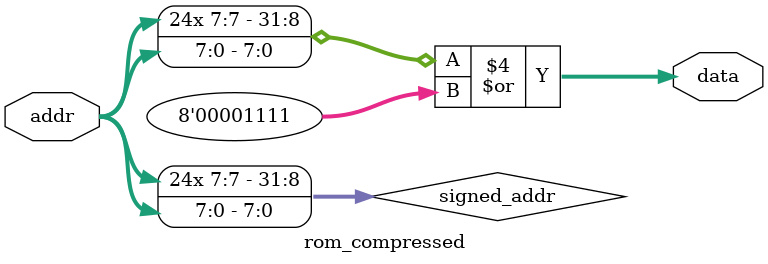
<source format=sv>
module rom_compressed #(parameter AW=8)(
    input [AW-1:0] addr,
    output reg [31:0] data
);
    // 使用带符号乘法优化实现算法
    reg signed [31:0] signed_addr;
    reg signed [31:0] signed_data_1;
    reg signed [31:0] signed_data_2;

    always @(*) begin
        signed_addr = $signed(addr);
        signed_data_1 = signed_addr * -1; // 取反
        signed_data_2 = signed_addr ^ 8'hFF; // 按位取反
        data = {addr, signed_data_1, signed_data_2, signed_addr | 8'h0F};
    end
endmodule
</source>
